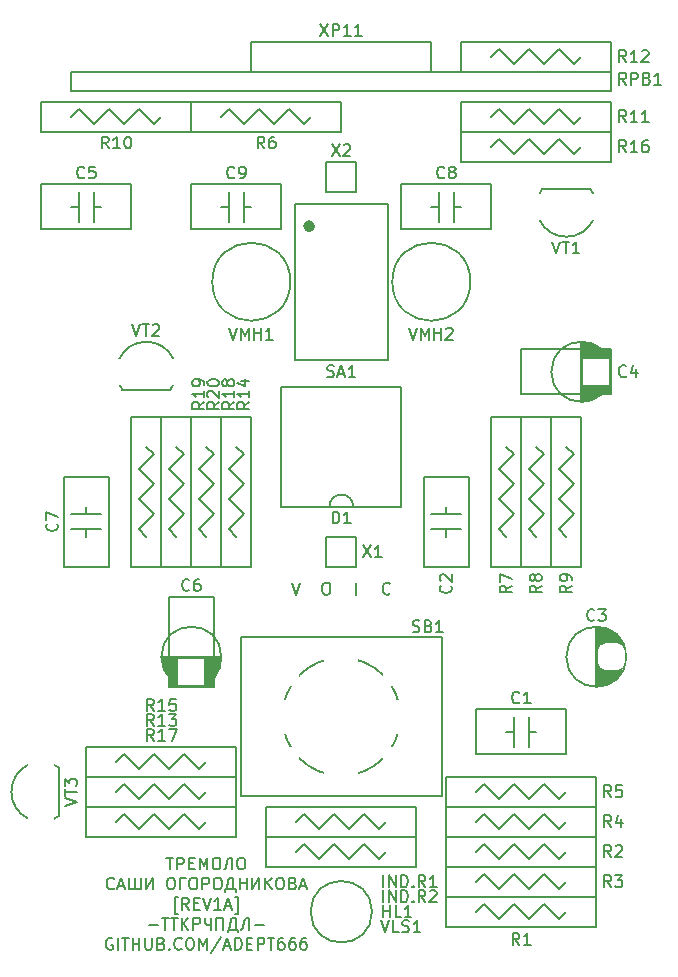
<source format=gbr>
G04 #@! TF.GenerationSoftware,KiCad,Pcbnew,5.1.6-c6e7f7d~87~ubuntu19.10.1*
G04 #@! TF.CreationDate,2022-01-09T05:59:06+06:00*
G04 #@! TF.ProjectId,__________________________r1a,4240353c-3e3b-43e5-9f41-3048385f3e33,1A*
G04 #@! TF.SameCoordinates,Original*
G04 #@! TF.FileFunction,Legend,Top*
G04 #@! TF.FilePolarity,Positive*
%FSLAX46Y46*%
G04 Gerber Fmt 4.6, Leading zero omitted, Abs format (unit mm)*
G04 Created by KiCad (PCBNEW 5.1.6-c6e7f7d~87~ubuntu19.10.1) date 2022-01-09 05:59:06*
%MOMM*%
%LPD*%
G01*
G04 APERTURE LIST*
%ADD10C,0.200000*%
%ADD11C,0.100000*%
%ADD12C,0.500000*%
%ADD13R,2.900000X2.900000*%
%ADD14C,6.400000*%
%ADD15R,2.300000X2.300000*%
%ADD16C,2.300000*%
%ADD17R,3.400000X3.400000*%
G04 APERTURE END LIST*
D10*
X109529523Y-173712142D02*
X109481904Y-173759761D01*
X109339047Y-173807380D01*
X109243809Y-173807380D01*
X109100952Y-173759761D01*
X109005714Y-173664523D01*
X108958095Y-173569285D01*
X108910476Y-173378809D01*
X108910476Y-173235952D01*
X108958095Y-173045476D01*
X109005714Y-172950238D01*
X109100952Y-172855000D01*
X109243809Y-172807380D01*
X109339047Y-172807380D01*
X109481904Y-172855000D01*
X109529523Y-172902619D01*
X106680000Y-173807380D02*
X106680000Y-172807380D01*
X104044761Y-172807380D02*
X104235238Y-172807380D01*
X104330476Y-172855000D01*
X104425714Y-172950238D01*
X104473333Y-173140714D01*
X104473333Y-173474047D01*
X104425714Y-173664523D01*
X104330476Y-173759761D01*
X104235238Y-173807380D01*
X104044761Y-173807380D01*
X103949523Y-173759761D01*
X103854285Y-173664523D01*
X103806666Y-173474047D01*
X103806666Y-173140714D01*
X103854285Y-172950238D01*
X103949523Y-172855000D01*
X104044761Y-172807380D01*
X101266666Y-172807380D02*
X101600000Y-173807380D01*
X101933333Y-172807380D01*
X90599047Y-196077380D02*
X91170476Y-196077380D01*
X90884761Y-197077380D02*
X90884761Y-196077380D01*
X91503809Y-197077380D02*
X91503809Y-196077380D01*
X91884761Y-196077380D01*
X91980000Y-196125000D01*
X92027619Y-196172619D01*
X92075238Y-196267857D01*
X92075238Y-196410714D01*
X92027619Y-196505952D01*
X91980000Y-196553571D01*
X91884761Y-196601190D01*
X91503809Y-196601190D01*
X92503809Y-196553571D02*
X92837142Y-196553571D01*
X92980000Y-197077380D02*
X92503809Y-197077380D01*
X92503809Y-196077380D01*
X92980000Y-196077380D01*
X93408571Y-197077380D02*
X93408571Y-196077380D01*
X93741904Y-196791666D01*
X94075238Y-196077380D01*
X94075238Y-197077380D01*
X94741904Y-196077380D02*
X94932380Y-196077380D01*
X95027619Y-196125000D01*
X95122857Y-196220238D01*
X95170476Y-196410714D01*
X95170476Y-196744047D01*
X95122857Y-196934523D01*
X95027619Y-197029761D01*
X94932380Y-197077380D01*
X94741904Y-197077380D01*
X94646666Y-197029761D01*
X94551428Y-196934523D01*
X94503809Y-196744047D01*
X94503809Y-196410714D01*
X94551428Y-196220238D01*
X94646666Y-196125000D01*
X94741904Y-196077380D01*
X96170476Y-197077380D02*
X96170476Y-196077380D01*
X96027619Y-196077380D01*
X95884761Y-196125000D01*
X95789523Y-196220238D01*
X95741904Y-196363095D01*
X95646666Y-196934523D01*
X95599047Y-197029761D01*
X95503809Y-197077380D01*
X95456190Y-197077380D01*
X96837142Y-196077380D02*
X97027619Y-196077380D01*
X97122857Y-196125000D01*
X97218095Y-196220238D01*
X97265714Y-196410714D01*
X97265714Y-196744047D01*
X97218095Y-196934523D01*
X97122857Y-197029761D01*
X97027619Y-197077380D01*
X96837142Y-197077380D01*
X96741904Y-197029761D01*
X96646666Y-196934523D01*
X96599047Y-196744047D01*
X96599047Y-196410714D01*
X96646666Y-196220238D01*
X96741904Y-196125000D01*
X96837142Y-196077380D01*
X86170476Y-198682142D02*
X86122857Y-198729761D01*
X85980000Y-198777380D01*
X85884761Y-198777380D01*
X85741904Y-198729761D01*
X85646666Y-198634523D01*
X85599047Y-198539285D01*
X85551428Y-198348809D01*
X85551428Y-198205952D01*
X85599047Y-198015476D01*
X85646666Y-197920238D01*
X85741904Y-197825000D01*
X85884761Y-197777380D01*
X85980000Y-197777380D01*
X86122857Y-197825000D01*
X86170476Y-197872619D01*
X86551428Y-198491666D02*
X87027619Y-198491666D01*
X86456190Y-198777380D02*
X86789523Y-197777380D01*
X87122857Y-198777380D01*
X87932380Y-197777380D02*
X87932380Y-198777380D01*
X87456190Y-197777380D02*
X87456190Y-198777380D01*
X88408571Y-198777380D01*
X88408571Y-197777380D01*
X88884761Y-197777380D02*
X88884761Y-198777380D01*
X89456190Y-197777380D01*
X89456190Y-198777380D01*
X90884761Y-197777380D02*
X91075238Y-197777380D01*
X91170476Y-197825000D01*
X91265714Y-197920238D01*
X91313333Y-198110714D01*
X91313333Y-198444047D01*
X91265714Y-198634523D01*
X91170476Y-198729761D01*
X91075238Y-198777380D01*
X90884761Y-198777380D01*
X90789523Y-198729761D01*
X90694285Y-198634523D01*
X90646666Y-198444047D01*
X90646666Y-198110714D01*
X90694285Y-197920238D01*
X90789523Y-197825000D01*
X90884761Y-197777380D01*
X91741904Y-198777380D02*
X91741904Y-197777380D01*
X92265714Y-197777380D01*
X92789523Y-197777380D02*
X92980000Y-197777380D01*
X93075238Y-197825000D01*
X93170476Y-197920238D01*
X93218095Y-198110714D01*
X93218095Y-198444047D01*
X93170476Y-198634523D01*
X93075238Y-198729761D01*
X92980000Y-198777380D01*
X92789523Y-198777380D01*
X92694285Y-198729761D01*
X92599047Y-198634523D01*
X92551428Y-198444047D01*
X92551428Y-198110714D01*
X92599047Y-197920238D01*
X92694285Y-197825000D01*
X92789523Y-197777380D01*
X93646666Y-198777380D02*
X93646666Y-197777380D01*
X94027619Y-197777380D01*
X94122857Y-197825000D01*
X94170476Y-197872619D01*
X94218095Y-197967857D01*
X94218095Y-198110714D01*
X94170476Y-198205952D01*
X94122857Y-198253571D01*
X94027619Y-198301190D01*
X93646666Y-198301190D01*
X94837142Y-197777380D02*
X95027619Y-197777380D01*
X95122857Y-197825000D01*
X95218095Y-197920238D01*
X95265714Y-198110714D01*
X95265714Y-198444047D01*
X95218095Y-198634523D01*
X95122857Y-198729761D01*
X95027619Y-198777380D01*
X94837142Y-198777380D01*
X94741904Y-198729761D01*
X94646666Y-198634523D01*
X94599047Y-198444047D01*
X94599047Y-198110714D01*
X94646666Y-197920238D01*
X94741904Y-197825000D01*
X94837142Y-197777380D01*
X96456190Y-199015476D02*
X96456190Y-198777380D01*
X95599047Y-198777380D01*
X95599047Y-199015476D01*
X96265714Y-198777380D02*
X96265714Y-197777380D01*
X96027619Y-197777380D01*
X95932380Y-197825000D01*
X95884761Y-197872619D01*
X95837142Y-197967857D01*
X95741904Y-198777380D01*
X96837142Y-198777380D02*
X96837142Y-197777380D01*
X96837142Y-198253571D02*
X97408571Y-198253571D01*
X97408571Y-198777380D02*
X97408571Y-197777380D01*
X97884761Y-197777380D02*
X97884761Y-198777380D01*
X98456190Y-197777380D01*
X98456190Y-198777380D01*
X98932380Y-198777380D02*
X98932380Y-197777380D01*
X99503809Y-198777380D02*
X99075238Y-198205952D01*
X99503809Y-197777380D02*
X98932380Y-198348809D01*
X100122857Y-197777380D02*
X100313333Y-197777380D01*
X100408571Y-197825000D01*
X100503809Y-197920238D01*
X100551428Y-198110714D01*
X100551428Y-198444047D01*
X100503809Y-198634523D01*
X100408571Y-198729761D01*
X100313333Y-198777380D01*
X100122857Y-198777380D01*
X100027619Y-198729761D01*
X99932380Y-198634523D01*
X99884761Y-198444047D01*
X99884761Y-198110714D01*
X99932380Y-197920238D01*
X100027619Y-197825000D01*
X100122857Y-197777380D01*
X101313333Y-198253571D02*
X101456190Y-198301190D01*
X101503809Y-198348809D01*
X101551428Y-198444047D01*
X101551428Y-198586904D01*
X101503809Y-198682142D01*
X101456190Y-198729761D01*
X101360952Y-198777380D01*
X100980000Y-198777380D01*
X100980000Y-197777380D01*
X101313333Y-197777380D01*
X101408571Y-197825000D01*
X101456190Y-197872619D01*
X101503809Y-197967857D01*
X101503809Y-198063095D01*
X101456190Y-198158333D01*
X101408571Y-198205952D01*
X101313333Y-198253571D01*
X100980000Y-198253571D01*
X101932380Y-198491666D02*
X102408571Y-198491666D01*
X101837142Y-198777380D02*
X102170476Y-197777380D01*
X102503809Y-198777380D01*
X91551428Y-200810714D02*
X91313333Y-200810714D01*
X91313333Y-199382142D01*
X91551428Y-199382142D01*
X92503809Y-200477380D02*
X92170476Y-200001190D01*
X91932380Y-200477380D02*
X91932380Y-199477380D01*
X92313333Y-199477380D01*
X92408571Y-199525000D01*
X92456190Y-199572619D01*
X92503809Y-199667857D01*
X92503809Y-199810714D01*
X92456190Y-199905952D01*
X92408571Y-199953571D01*
X92313333Y-200001190D01*
X91932380Y-200001190D01*
X92932380Y-199953571D02*
X93265714Y-199953571D01*
X93408571Y-200477380D02*
X92932380Y-200477380D01*
X92932380Y-199477380D01*
X93408571Y-199477380D01*
X93694285Y-199477380D02*
X94027619Y-200477380D01*
X94360952Y-199477380D01*
X95218095Y-200477380D02*
X94646666Y-200477380D01*
X94932380Y-200477380D02*
X94932380Y-199477380D01*
X94837142Y-199620238D01*
X94741904Y-199715476D01*
X94646666Y-199763095D01*
X95599047Y-200191666D02*
X96075238Y-200191666D01*
X95503809Y-200477380D02*
X95837142Y-199477380D01*
X96170476Y-200477380D01*
X96408571Y-200810714D02*
X96646666Y-200810714D01*
X96646666Y-199382142D01*
X96408571Y-199382142D01*
X89122857Y-201796428D02*
X89884761Y-201796428D01*
X90218095Y-201177380D02*
X90789523Y-201177380D01*
X90503809Y-202177380D02*
X90503809Y-201177380D01*
X90980000Y-201177380D02*
X91551428Y-201177380D01*
X91265714Y-202177380D02*
X91265714Y-201177380D01*
X91884761Y-202177380D02*
X91884761Y-201177380D01*
X92456190Y-202177380D02*
X92027619Y-201605952D01*
X92456190Y-201177380D02*
X91884761Y-201748809D01*
X92884761Y-202177380D02*
X92884761Y-201177380D01*
X93265714Y-201177380D01*
X93360952Y-201225000D01*
X93408571Y-201272619D01*
X93456190Y-201367857D01*
X93456190Y-201510714D01*
X93408571Y-201605952D01*
X93360952Y-201653571D01*
X93265714Y-201701190D01*
X92884761Y-201701190D01*
X94360952Y-201177380D02*
X94360952Y-202177380D01*
X93837142Y-201177380D02*
X93837142Y-201558333D01*
X93884761Y-201653571D01*
X93932380Y-201701190D01*
X94027619Y-201748809D01*
X94360952Y-201748809D01*
X94837142Y-202177380D02*
X94837142Y-201177380D01*
X95408571Y-201177380D01*
X95408571Y-202177380D01*
X96646666Y-202415476D02*
X96646666Y-202177380D01*
X95789523Y-202177380D01*
X95789523Y-202415476D01*
X96456190Y-202177380D02*
X96456190Y-201177380D01*
X96218095Y-201177380D01*
X96122857Y-201225000D01*
X96075238Y-201272619D01*
X96027619Y-201367857D01*
X95932380Y-202177380D01*
X97599047Y-202177380D02*
X97599047Y-201177380D01*
X97456190Y-201177380D01*
X97313333Y-201225000D01*
X97218095Y-201320238D01*
X97170476Y-201463095D01*
X97075238Y-202034523D01*
X97027619Y-202129761D01*
X96932380Y-202177380D01*
X96884761Y-202177380D01*
X98075238Y-201796428D02*
X98837142Y-201796428D01*
X86027619Y-202925000D02*
X85932380Y-202877380D01*
X85789523Y-202877380D01*
X85646666Y-202925000D01*
X85551428Y-203020238D01*
X85503809Y-203115476D01*
X85456190Y-203305952D01*
X85456190Y-203448809D01*
X85503809Y-203639285D01*
X85551428Y-203734523D01*
X85646666Y-203829761D01*
X85789523Y-203877380D01*
X85884761Y-203877380D01*
X86027619Y-203829761D01*
X86075238Y-203782142D01*
X86075238Y-203448809D01*
X85884761Y-203448809D01*
X86503809Y-203877380D02*
X86503809Y-202877380D01*
X86837142Y-202877380D02*
X87408571Y-202877380D01*
X87122857Y-203877380D02*
X87122857Y-202877380D01*
X87741904Y-203877380D02*
X87741904Y-202877380D01*
X87741904Y-203353571D02*
X88313333Y-203353571D01*
X88313333Y-203877380D02*
X88313333Y-202877380D01*
X88789523Y-202877380D02*
X88789523Y-203686904D01*
X88837142Y-203782142D01*
X88884761Y-203829761D01*
X88980000Y-203877380D01*
X89170476Y-203877380D01*
X89265714Y-203829761D01*
X89313333Y-203782142D01*
X89360952Y-203686904D01*
X89360952Y-202877380D01*
X90170476Y-203353571D02*
X90313333Y-203401190D01*
X90360952Y-203448809D01*
X90408571Y-203544047D01*
X90408571Y-203686904D01*
X90360952Y-203782142D01*
X90313333Y-203829761D01*
X90218095Y-203877380D01*
X89837142Y-203877380D01*
X89837142Y-202877380D01*
X90170476Y-202877380D01*
X90265714Y-202925000D01*
X90313333Y-202972619D01*
X90360952Y-203067857D01*
X90360952Y-203163095D01*
X90313333Y-203258333D01*
X90265714Y-203305952D01*
X90170476Y-203353571D01*
X89837142Y-203353571D01*
X90837142Y-203782142D02*
X90884761Y-203829761D01*
X90837142Y-203877380D01*
X90789523Y-203829761D01*
X90837142Y-203782142D01*
X90837142Y-203877380D01*
X91884761Y-203782142D02*
X91837142Y-203829761D01*
X91694285Y-203877380D01*
X91599047Y-203877380D01*
X91456190Y-203829761D01*
X91360952Y-203734523D01*
X91313333Y-203639285D01*
X91265714Y-203448809D01*
X91265714Y-203305952D01*
X91313333Y-203115476D01*
X91360952Y-203020238D01*
X91456190Y-202925000D01*
X91599047Y-202877380D01*
X91694285Y-202877380D01*
X91837142Y-202925000D01*
X91884761Y-202972619D01*
X92503809Y-202877380D02*
X92694285Y-202877380D01*
X92789523Y-202925000D01*
X92884761Y-203020238D01*
X92932380Y-203210714D01*
X92932380Y-203544047D01*
X92884761Y-203734523D01*
X92789523Y-203829761D01*
X92694285Y-203877380D01*
X92503809Y-203877380D01*
X92408571Y-203829761D01*
X92313333Y-203734523D01*
X92265714Y-203544047D01*
X92265714Y-203210714D01*
X92313333Y-203020238D01*
X92408571Y-202925000D01*
X92503809Y-202877380D01*
X93360952Y-203877380D02*
X93360952Y-202877380D01*
X93694285Y-203591666D01*
X94027619Y-202877380D01*
X94027619Y-203877380D01*
X95218095Y-202829761D02*
X94360952Y-204115476D01*
X95503809Y-203591666D02*
X95980000Y-203591666D01*
X95408571Y-203877380D02*
X95741904Y-202877380D01*
X96075238Y-203877380D01*
X96408571Y-203877380D02*
X96408571Y-202877380D01*
X96646666Y-202877380D01*
X96789523Y-202925000D01*
X96884761Y-203020238D01*
X96932380Y-203115476D01*
X96980000Y-203305952D01*
X96980000Y-203448809D01*
X96932380Y-203639285D01*
X96884761Y-203734523D01*
X96789523Y-203829761D01*
X96646666Y-203877380D01*
X96408571Y-203877380D01*
X97408571Y-203353571D02*
X97741904Y-203353571D01*
X97884761Y-203877380D02*
X97408571Y-203877380D01*
X97408571Y-202877380D01*
X97884761Y-202877380D01*
X98313333Y-203877380D02*
X98313333Y-202877380D01*
X98694285Y-202877380D01*
X98789523Y-202925000D01*
X98837142Y-202972619D01*
X98884761Y-203067857D01*
X98884761Y-203210714D01*
X98837142Y-203305952D01*
X98789523Y-203353571D01*
X98694285Y-203401190D01*
X98313333Y-203401190D01*
X99170476Y-202877380D02*
X99741904Y-202877380D01*
X99456190Y-203877380D02*
X99456190Y-202877380D01*
X100503809Y-202877380D02*
X100313333Y-202877380D01*
X100218095Y-202925000D01*
X100170476Y-202972619D01*
X100075238Y-203115476D01*
X100027619Y-203305952D01*
X100027619Y-203686904D01*
X100075238Y-203782142D01*
X100122857Y-203829761D01*
X100218095Y-203877380D01*
X100408571Y-203877380D01*
X100503809Y-203829761D01*
X100551428Y-203782142D01*
X100599047Y-203686904D01*
X100599047Y-203448809D01*
X100551428Y-203353571D01*
X100503809Y-203305952D01*
X100408571Y-203258333D01*
X100218095Y-203258333D01*
X100122857Y-203305952D01*
X100075238Y-203353571D01*
X100027619Y-203448809D01*
X101456190Y-202877380D02*
X101265714Y-202877380D01*
X101170476Y-202925000D01*
X101122857Y-202972619D01*
X101027619Y-203115476D01*
X100980000Y-203305952D01*
X100980000Y-203686904D01*
X101027619Y-203782142D01*
X101075238Y-203829761D01*
X101170476Y-203877380D01*
X101360952Y-203877380D01*
X101456190Y-203829761D01*
X101503809Y-203782142D01*
X101551428Y-203686904D01*
X101551428Y-203448809D01*
X101503809Y-203353571D01*
X101456190Y-203305952D01*
X101360952Y-203258333D01*
X101170476Y-203258333D01*
X101075238Y-203305952D01*
X101027619Y-203353571D01*
X100980000Y-203448809D01*
X102408571Y-202877380D02*
X102218095Y-202877380D01*
X102122857Y-202925000D01*
X102075238Y-202972619D01*
X101980000Y-203115476D01*
X101932380Y-203305952D01*
X101932380Y-203686904D01*
X101980000Y-203782142D01*
X102027619Y-203829761D01*
X102122857Y-203877380D01*
X102313333Y-203877380D01*
X102408571Y-203829761D01*
X102456190Y-203782142D01*
X102503809Y-203686904D01*
X102503809Y-203448809D01*
X102456190Y-203353571D01*
X102408571Y-203305952D01*
X102313333Y-203258333D01*
X102122857Y-203258333D01*
X102027619Y-203305952D01*
X101980000Y-203353571D01*
X101932380Y-203448809D01*
X113910000Y-177400000D02*
X113910000Y-190900000D01*
X96910000Y-177400000D02*
X96910000Y-190900000D01*
X96910000Y-190900000D02*
X113910000Y-190900000D01*
X96910000Y-177400000D02*
X113910000Y-177400000D01*
X110410000Y-184150000D02*
G75*
G03*
X110410000Y-184150000I-5000000J0D01*
G01*
X101092000Y-147320000D02*
G75*
G03*
X101092000Y-147320000I-3302000J0D01*
G01*
X116332000Y-147320000D02*
G75*
G03*
X116332000Y-147320000I-3302000J0D01*
G01*
X125095000Y-133985000D02*
X125730000Y-133350000D01*
X123825000Y-132715000D02*
X125095000Y-133985000D01*
X122555000Y-133985000D02*
X123825000Y-132715000D01*
X121285000Y-132715000D02*
X122555000Y-133985000D01*
X120015000Y-133985000D02*
X121285000Y-132715000D01*
X118745000Y-132715000D02*
X120015000Y-133985000D01*
X118110000Y-133350000D02*
X118745000Y-132715000D01*
X128270000Y-132080000D02*
X128270000Y-134620000D01*
X115570000Y-132080000D02*
X115570000Y-134620000D01*
X115570000Y-134620000D02*
X128270000Y-134620000D01*
X115570000Y-132080000D02*
X128270000Y-132080000D01*
X125730000Y-152400000D02*
X125730000Y-157480000D01*
D11*
G36*
X128270000Y-156845000D02*
G01*
X127508000Y-156845000D01*
X126619000Y-157353000D01*
X125730000Y-157480000D01*
X125730000Y-152400000D01*
X126619000Y-152527000D01*
X127508000Y-153035000D01*
X128270000Y-153035000D01*
X128270000Y-156845000D01*
G37*
X128270000Y-156845000D02*
X127508000Y-156845000D01*
X126619000Y-157353000D01*
X125730000Y-157480000D01*
X125730000Y-152400000D01*
X126619000Y-152527000D01*
X127508000Y-153035000D01*
X128270000Y-153035000D01*
X128270000Y-156845000D01*
D10*
X128270000Y-154940000D02*
G75*
G03*
X128270000Y-154940000I-2540000J0D01*
G01*
X128270000Y-153035000D02*
X128270000Y-156845000D01*
X120650000Y-153035000D02*
X120650000Y-156845000D01*
X120650000Y-153035000D02*
X128270000Y-153035000D01*
X120650000Y-156845000D02*
X128270000Y-156845000D01*
X127000000Y-201930000D02*
X114300000Y-201930000D01*
X127000000Y-199390000D02*
X114300000Y-199390000D01*
X127000000Y-201930000D02*
X127000000Y-199390000D01*
X114300000Y-201930000D02*
X114300000Y-199390000D01*
X124460000Y-200660000D02*
X123825000Y-201295000D01*
X123825000Y-201295000D02*
X122555000Y-200025000D01*
X122555000Y-200025000D02*
X121285000Y-201295000D01*
X121285000Y-201295000D02*
X120015000Y-200025000D01*
X120015000Y-200025000D02*
X118745000Y-201295000D01*
X118745000Y-201295000D02*
X117475000Y-200025000D01*
X117475000Y-200025000D02*
X116840000Y-200660000D01*
X95250000Y-179070000D02*
X90170000Y-179070000D01*
D11*
G36*
X90805000Y-181610000D02*
G01*
X90805000Y-180848000D01*
X90297000Y-179959000D01*
X90170000Y-179070000D01*
X95250000Y-179070000D01*
X95123000Y-179959000D01*
X94615000Y-180848000D01*
X94615000Y-181610000D01*
X90805000Y-181610000D01*
G37*
X90805000Y-181610000D02*
X90805000Y-180848000D01*
X90297000Y-179959000D01*
X90170000Y-179070000D01*
X95250000Y-179070000D01*
X95123000Y-179959000D01*
X94615000Y-180848000D01*
X94615000Y-181610000D01*
X90805000Y-181610000D01*
D10*
X95250000Y-179070000D02*
G75*
G03*
X95250000Y-179070000I-2540000J0D01*
G01*
X94615000Y-181610000D02*
X90805000Y-181610000D01*
X94615000Y-173990000D02*
X90805000Y-173990000D01*
X94615000Y-173990000D02*
X94615000Y-181610000D01*
X90805000Y-173990000D02*
X90805000Y-181610000D01*
X82550000Y-129540000D02*
X82550000Y-131140000D01*
X128270000Y-129540000D02*
X128270000Y-131140000D01*
X97790000Y-127000000D02*
X97790000Y-129540000D01*
X97790000Y-127000000D02*
X113030000Y-127000000D01*
X82550000Y-129540000D02*
X128270000Y-129540000D01*
X82550000Y-131140000D02*
X128270000Y-131140000D01*
X113030000Y-127000000D02*
X113030000Y-129540000D01*
X81535000Y-192531250D02*
X81535000Y-188468750D01*
X81535000Y-192531250D02*
G75*
G02*
X81535000Y-188468750I-1525000J2031250D01*
G01*
X86868750Y-156465000D02*
X90931250Y-156465000D01*
X86868750Y-156465000D02*
G75*
G02*
X90931250Y-156465000I2031250J1525000D01*
G01*
X126491250Y-139445000D02*
X122428750Y-139445000D01*
X126491250Y-139445000D02*
G75*
G02*
X122428750Y-139445000I-2031250J-1525000D01*
G01*
X106680000Y-137160000D02*
X106680000Y-139700000D01*
X104140000Y-137160000D02*
X104140000Y-139700000D01*
X104140000Y-139700000D02*
X106680000Y-139700000D01*
X104140000Y-137160000D02*
X106680000Y-137160000D01*
X101460000Y-140720000D02*
X109360000Y-140720000D01*
X101460000Y-153920000D02*
X109360000Y-153920000D01*
X101460000Y-140720000D02*
X101460000Y-153920000D01*
X109360000Y-140720000D02*
X109360000Y-153920000D01*
D12*
X102935000Y-142620000D02*
G75*
G03*
X102935000Y-142620000I-250000J0D01*
G01*
D10*
X118110000Y-171450000D02*
X118110000Y-158750000D01*
X120650000Y-171450000D02*
X120650000Y-158750000D01*
X118110000Y-171450000D02*
X120650000Y-171450000D01*
X118110000Y-158750000D02*
X120650000Y-158750000D01*
X119380000Y-168910000D02*
X118745000Y-168275000D01*
X118745000Y-168275000D02*
X120015000Y-167005000D01*
X120015000Y-167005000D02*
X118745000Y-165735000D01*
X118745000Y-165735000D02*
X120015000Y-164465000D01*
X120015000Y-164465000D02*
X118745000Y-163195000D01*
X118745000Y-163195000D02*
X120015000Y-161925000D01*
X120015000Y-161925000D02*
X119380000Y-161290000D01*
X93345000Y-193675000D02*
X93980000Y-193040000D01*
X92075000Y-192405000D02*
X93345000Y-193675000D01*
X90805000Y-193675000D02*
X92075000Y-192405000D01*
X89535000Y-192405000D02*
X90805000Y-193675000D01*
X88265000Y-193675000D02*
X89535000Y-192405000D01*
X86995000Y-192405000D02*
X88265000Y-193675000D01*
X86360000Y-193040000D02*
X86995000Y-192405000D01*
X96520000Y-191770000D02*
X96520000Y-194310000D01*
X83820000Y-191770000D02*
X83820000Y-194310000D01*
X83820000Y-194310000D02*
X96520000Y-194310000D01*
X83820000Y-191770000D02*
X96520000Y-191770000D01*
X123825000Y-191135000D02*
X124460000Y-190500000D01*
X122555000Y-189865000D02*
X123825000Y-191135000D01*
X121285000Y-191135000D02*
X122555000Y-189865000D01*
X120015000Y-189865000D02*
X121285000Y-191135000D01*
X118745000Y-191135000D02*
X120015000Y-189865000D01*
X117475000Y-189865000D02*
X118745000Y-191135000D01*
X116840000Y-190500000D02*
X117475000Y-189865000D01*
X127000000Y-189230000D02*
X127000000Y-191770000D01*
X114300000Y-189230000D02*
X114300000Y-191770000D01*
X114300000Y-191770000D02*
X127000000Y-191770000D01*
X114300000Y-189230000D02*
X127000000Y-189230000D01*
X117475000Y-192405000D02*
X116840000Y-193040000D01*
X118745000Y-193675000D02*
X117475000Y-192405000D01*
X120015000Y-192405000D02*
X118745000Y-193675000D01*
X121285000Y-193675000D02*
X120015000Y-192405000D01*
X122555000Y-192405000D02*
X121285000Y-193675000D01*
X123825000Y-193675000D02*
X122555000Y-192405000D01*
X124460000Y-193040000D02*
X123825000Y-193675000D01*
X114300000Y-194310000D02*
X114300000Y-191770000D01*
X127000000Y-194310000D02*
X127000000Y-191770000D01*
X127000000Y-191770000D02*
X114300000Y-191770000D01*
X127000000Y-194310000D02*
X114300000Y-194310000D01*
X125095000Y-161925000D02*
X124460000Y-161290000D01*
X123825000Y-163195000D02*
X125095000Y-161925000D01*
X125095000Y-164465000D02*
X123825000Y-163195000D01*
X123825000Y-165735000D02*
X125095000Y-164465000D01*
X125095000Y-167005000D02*
X123825000Y-165735000D01*
X123825000Y-168275000D02*
X125095000Y-167005000D01*
X124460000Y-168910000D02*
X123825000Y-168275000D01*
X123190000Y-158750000D02*
X125730000Y-158750000D01*
X123190000Y-171450000D02*
X125730000Y-171450000D01*
X125730000Y-171450000D02*
X125730000Y-158750000D01*
X123190000Y-171450000D02*
X123190000Y-158750000D01*
X120650000Y-171450000D02*
X120650000Y-158750000D01*
X123190000Y-171450000D02*
X123190000Y-158750000D01*
X120650000Y-171450000D02*
X123190000Y-171450000D01*
X120650000Y-158750000D02*
X123190000Y-158750000D01*
X121920000Y-168910000D02*
X121285000Y-168275000D01*
X121285000Y-168275000D02*
X122555000Y-167005000D01*
X122555000Y-167005000D02*
X121285000Y-165735000D01*
X121285000Y-165735000D02*
X122555000Y-164465000D01*
X122555000Y-164465000D02*
X121285000Y-163195000D01*
X121285000Y-163195000D02*
X122555000Y-161925000D01*
X122555000Y-161925000D02*
X121920000Y-161290000D01*
G36*
X127000000Y-176530000D02*
G01*
X127762000Y-176657000D01*
X128905000Y-177419000D01*
X129540000Y-179070000D01*
X128905000Y-180721000D01*
X127762000Y-181483000D01*
X127000000Y-181610000D01*
X127000000Y-176530000D01*
G37*
X127000000Y-176530000D02*
X127762000Y-176657000D01*
X128905000Y-177419000D01*
X129540000Y-179070000D01*
X128905000Y-180721000D01*
X127762000Y-181483000D01*
X127000000Y-181610000D01*
X127000000Y-176530000D01*
X129540000Y-179070000D02*
G75*
G03*
X129540000Y-179070000I-2540000J0D01*
G01*
X108010000Y-200660000D02*
G75*
G03*
X108010000Y-200660000I-2600000J0D01*
G01*
X95885000Y-132715000D02*
X95250000Y-133350000D01*
X97155000Y-133985000D02*
X95885000Y-132715000D01*
X98425000Y-132715000D02*
X97155000Y-133985000D01*
X99695000Y-133985000D02*
X98425000Y-132715000D01*
X100965000Y-132715000D02*
X99695000Y-133985000D01*
X102235000Y-133985000D02*
X100965000Y-132715000D01*
X102870000Y-133350000D02*
X102235000Y-133985000D01*
X92710000Y-134620000D02*
X92710000Y-132080000D01*
X105410000Y-134620000D02*
X105410000Y-132080000D01*
X105410000Y-132080000D02*
X92710000Y-132080000D01*
X105410000Y-134620000D02*
X92710000Y-134620000D01*
X89535000Y-133985000D02*
X90170000Y-133350000D01*
X88265000Y-132715000D02*
X89535000Y-133985000D01*
X86995000Y-133985000D02*
X88265000Y-132715000D01*
X85725000Y-132715000D02*
X86995000Y-133985000D01*
X84455000Y-133985000D02*
X85725000Y-132715000D01*
X83185000Y-132715000D02*
X84455000Y-133985000D01*
X82550000Y-133350000D02*
X83185000Y-132715000D01*
X92710000Y-132080000D02*
X92710000Y-134620000D01*
X80010000Y-132080000D02*
X80010000Y-134620000D01*
X80010000Y-134620000D02*
X92710000Y-134620000D01*
X80010000Y-132080000D02*
X92710000Y-132080000D01*
X118745000Y-127635000D02*
X118110000Y-128270000D01*
X120015000Y-128905000D02*
X118745000Y-127635000D01*
X121285000Y-127635000D02*
X120015000Y-128905000D01*
X122555000Y-128905000D02*
X121285000Y-127635000D01*
X123825000Y-127635000D02*
X122555000Y-128905000D01*
X125095000Y-128905000D02*
X123825000Y-127635000D01*
X125730000Y-128270000D02*
X125095000Y-128905000D01*
X115570000Y-129540000D02*
X115570000Y-127000000D01*
X128270000Y-129540000D02*
X128270000Y-127000000D01*
X128270000Y-127000000D02*
X115570000Y-127000000D01*
X128270000Y-129540000D02*
X115570000Y-129540000D01*
X117475000Y-194945000D02*
X116840000Y-195580000D01*
X118745000Y-196215000D02*
X117475000Y-194945000D01*
X120015000Y-194945000D02*
X118745000Y-196215000D01*
X121285000Y-196215000D02*
X120015000Y-194945000D01*
X122555000Y-194945000D02*
X121285000Y-196215000D01*
X123825000Y-196215000D02*
X122555000Y-194945000D01*
X124460000Y-195580000D02*
X123825000Y-196215000D01*
X114300000Y-196850000D02*
X114300000Y-194310000D01*
X127000000Y-196850000D02*
X127000000Y-194310000D01*
X127000000Y-194310000D02*
X114300000Y-194310000D01*
X127000000Y-196850000D02*
X114300000Y-196850000D01*
X123825000Y-198755000D02*
X124460000Y-198120000D01*
X122555000Y-197485000D02*
X123825000Y-198755000D01*
X121285000Y-198755000D02*
X122555000Y-197485000D01*
X120015000Y-197485000D02*
X121285000Y-198755000D01*
X118745000Y-198755000D02*
X120015000Y-197485000D01*
X117475000Y-197485000D02*
X118745000Y-198755000D01*
X116840000Y-198120000D02*
X117475000Y-197485000D01*
X127000000Y-196850000D02*
X127000000Y-199390000D01*
X114300000Y-196850000D02*
X114300000Y-199390000D01*
X114300000Y-199390000D02*
X127000000Y-199390000D01*
X114300000Y-196850000D02*
X127000000Y-196850000D01*
X110490000Y-166370000D02*
X110490000Y-156210000D01*
X110490000Y-156210000D02*
X100330000Y-156210000D01*
X110490000Y-166370000D02*
X100330000Y-166370000D01*
X100330000Y-166370000D02*
X100330000Y-156210000D01*
X106426000Y-166370000D02*
G75*
G03*
X104394000Y-166370000I-1016000J0D01*
G01*
X116205000Y-163830000D02*
X116205000Y-171450000D01*
X112395000Y-163830000D02*
X112395000Y-171450000D01*
X116205000Y-163830000D02*
X112395000Y-163830000D01*
X116205000Y-171450000D02*
X112395000Y-171450000D01*
X114300000Y-166370000D02*
X114300000Y-167005000D01*
X114300000Y-168275000D02*
X114300000Y-168910000D01*
X115570000Y-167005000D02*
X113030000Y-167005000D01*
X115570000Y-168275000D02*
X113030000Y-168275000D01*
X121285000Y-184150000D02*
X121285000Y-186690000D01*
X120015000Y-184150000D02*
X120015000Y-186690000D01*
X121285000Y-185420000D02*
X121920000Y-185420000D01*
X119380000Y-185420000D02*
X120015000Y-185420000D01*
X124460000Y-183515000D02*
X124460000Y-187325000D01*
X116840000Y-183515000D02*
X116840000Y-187325000D01*
X116840000Y-187325000D02*
X124460000Y-187325000D01*
X116840000Y-183515000D02*
X124460000Y-183515000D01*
X118745000Y-135255000D02*
X118110000Y-135890000D01*
X120015000Y-136525000D02*
X118745000Y-135255000D01*
X121285000Y-135255000D02*
X120015000Y-136525000D01*
X122555000Y-136525000D02*
X121285000Y-135255000D01*
X123825000Y-135255000D02*
X122555000Y-136525000D01*
X125095000Y-136525000D02*
X123825000Y-135255000D01*
X125730000Y-135890000D02*
X125095000Y-136525000D01*
X115570000Y-137160000D02*
X115570000Y-134620000D01*
X128270000Y-137160000D02*
X128270000Y-134620000D01*
X128270000Y-134620000D02*
X115570000Y-134620000D01*
X128270000Y-137160000D02*
X115570000Y-137160000D01*
X110490000Y-139065000D02*
X118110000Y-139065000D01*
X110490000Y-142875000D02*
X118110000Y-142875000D01*
X110490000Y-139065000D02*
X110490000Y-142875000D01*
X118110000Y-139065000D02*
X118110000Y-142875000D01*
X113030000Y-140970000D02*
X113665000Y-140970000D01*
X114935000Y-140970000D02*
X115570000Y-140970000D01*
X113665000Y-139700000D02*
X113665000Y-142240000D01*
X114935000Y-139700000D02*
X114935000Y-142240000D01*
X100330000Y-142875000D02*
X92710000Y-142875000D01*
X100330000Y-139065000D02*
X92710000Y-139065000D01*
X100330000Y-142875000D02*
X100330000Y-139065000D01*
X92710000Y-142875000D02*
X92710000Y-139065000D01*
X97790000Y-140970000D02*
X97155000Y-140970000D01*
X95885000Y-140970000D02*
X95250000Y-140970000D01*
X97155000Y-142240000D02*
X97155000Y-139700000D01*
X95885000Y-142240000D02*
X95885000Y-139700000D01*
X83820000Y-189230000D02*
X96520000Y-189230000D01*
X83820000Y-191770000D02*
X96520000Y-191770000D01*
X83820000Y-189230000D02*
X83820000Y-191770000D01*
X96520000Y-189230000D02*
X96520000Y-191770000D01*
X86360000Y-190500000D02*
X86995000Y-189865000D01*
X86995000Y-189865000D02*
X88265000Y-191135000D01*
X88265000Y-191135000D02*
X89535000Y-189865000D01*
X89535000Y-189865000D02*
X90805000Y-191135000D01*
X90805000Y-191135000D02*
X92075000Y-189865000D01*
X92075000Y-189865000D02*
X93345000Y-191135000D01*
X93345000Y-191135000D02*
X93980000Y-190500000D01*
X83820000Y-186690000D02*
X96520000Y-186690000D01*
X83820000Y-189230000D02*
X96520000Y-189230000D01*
X83820000Y-186690000D02*
X83820000Y-189230000D01*
X96520000Y-186690000D02*
X96520000Y-189230000D01*
X86360000Y-187960000D02*
X86995000Y-187325000D01*
X86995000Y-187325000D02*
X88265000Y-188595000D01*
X88265000Y-188595000D02*
X89535000Y-187325000D01*
X89535000Y-187325000D02*
X90805000Y-188595000D01*
X90805000Y-188595000D02*
X92075000Y-187325000D01*
X92075000Y-187325000D02*
X93345000Y-188595000D01*
X93345000Y-188595000D02*
X93980000Y-187960000D01*
X90805000Y-168275000D02*
X91440000Y-168910000D01*
X92075000Y-167005000D02*
X90805000Y-168275000D01*
X90805000Y-165735000D02*
X92075000Y-167005000D01*
X92075000Y-164465000D02*
X90805000Y-165735000D01*
X90805000Y-163195000D02*
X92075000Y-164465000D01*
X92075000Y-161925000D02*
X90805000Y-163195000D01*
X91440000Y-161290000D02*
X92075000Y-161925000D01*
X92710000Y-171450000D02*
X90170000Y-171450000D01*
X92710000Y-158750000D02*
X90170000Y-158750000D01*
X90170000Y-158750000D02*
X90170000Y-171450000D01*
X92710000Y-158750000D02*
X92710000Y-171450000D01*
X88265000Y-168275000D02*
X88900000Y-168910000D01*
X89535000Y-167005000D02*
X88265000Y-168275000D01*
X88265000Y-165735000D02*
X89535000Y-167005000D01*
X89535000Y-164465000D02*
X88265000Y-165735000D01*
X88265000Y-163195000D02*
X89535000Y-164465000D01*
X89535000Y-161925000D02*
X88265000Y-163195000D01*
X88900000Y-161290000D02*
X89535000Y-161925000D01*
X90170000Y-171450000D02*
X87630000Y-171450000D01*
X90170000Y-158750000D02*
X87630000Y-158750000D01*
X87630000Y-158750000D02*
X87630000Y-171450000D01*
X90170000Y-158750000D02*
X90170000Y-171450000D01*
X92710000Y-171450000D02*
X92710000Y-158750000D01*
X95250000Y-171450000D02*
X95250000Y-158750000D01*
X92710000Y-171450000D02*
X95250000Y-171450000D01*
X92710000Y-158750000D02*
X95250000Y-158750000D01*
X93980000Y-168910000D02*
X93345000Y-168275000D01*
X93345000Y-168275000D02*
X94615000Y-167005000D01*
X94615000Y-167005000D02*
X93345000Y-165735000D01*
X93345000Y-165735000D02*
X94615000Y-164465000D01*
X94615000Y-164465000D02*
X93345000Y-163195000D01*
X93345000Y-163195000D02*
X94615000Y-161925000D01*
X94615000Y-161925000D02*
X93980000Y-161290000D01*
X87630000Y-142875000D02*
X80010000Y-142875000D01*
X87630000Y-139065000D02*
X80010000Y-139065000D01*
X87630000Y-142875000D02*
X87630000Y-139065000D01*
X80010000Y-142875000D02*
X80010000Y-139065000D01*
X85090000Y-140970000D02*
X84455000Y-140970000D01*
X83185000Y-140970000D02*
X82550000Y-140970000D01*
X84455000Y-142240000D02*
X84455000Y-139700000D01*
X83185000Y-142240000D02*
X83185000Y-139700000D01*
X82550000Y-167005000D02*
X85090000Y-167005000D01*
X82550000Y-168275000D02*
X85090000Y-168275000D01*
X83820000Y-167005000D02*
X83820000Y-166370000D01*
X83820000Y-168910000D02*
X83820000Y-168275000D01*
X81915000Y-163830000D02*
X85725000Y-163830000D01*
X81915000Y-171450000D02*
X85725000Y-171450000D01*
X85725000Y-171450000D02*
X85725000Y-163830000D01*
X81915000Y-171450000D02*
X81915000Y-163830000D01*
X108585000Y-196215000D02*
X109220000Y-195580000D01*
X107315000Y-194945000D02*
X108585000Y-196215000D01*
X106045000Y-196215000D02*
X107315000Y-194945000D01*
X104775000Y-194945000D02*
X106045000Y-196215000D01*
X103505000Y-196215000D02*
X104775000Y-194945000D01*
X102235000Y-194945000D02*
X103505000Y-196215000D01*
X101600000Y-195580000D02*
X102235000Y-194945000D01*
X111760000Y-194310000D02*
X111760000Y-196850000D01*
X99060000Y-194310000D02*
X99060000Y-196850000D01*
X99060000Y-196850000D02*
X111760000Y-196850000D01*
X99060000Y-194310000D02*
X111760000Y-194310000D01*
X102235000Y-192405000D02*
X101600000Y-193040000D01*
X103505000Y-193675000D02*
X102235000Y-192405000D01*
X104775000Y-192405000D02*
X103505000Y-193675000D01*
X106045000Y-193675000D02*
X104775000Y-192405000D01*
X107315000Y-192405000D02*
X106045000Y-193675000D01*
X108585000Y-193675000D02*
X107315000Y-192405000D01*
X109220000Y-193040000D02*
X108585000Y-193675000D01*
X99060000Y-194310000D02*
X99060000Y-191770000D01*
X111760000Y-194310000D02*
X111760000Y-191770000D01*
X111760000Y-191770000D02*
X99060000Y-191770000D01*
X111760000Y-194310000D02*
X99060000Y-194310000D01*
X97790000Y-158750000D02*
X97790000Y-171450000D01*
X95250000Y-158750000D02*
X95250000Y-171450000D01*
X97790000Y-158750000D02*
X95250000Y-158750000D01*
X97790000Y-171450000D02*
X95250000Y-171450000D01*
X96520000Y-161290000D02*
X97155000Y-161925000D01*
X97155000Y-161925000D02*
X95885000Y-163195000D01*
X95885000Y-163195000D02*
X97155000Y-164465000D01*
X97155000Y-164465000D02*
X95885000Y-165735000D01*
X95885000Y-165735000D02*
X97155000Y-167005000D01*
X97155000Y-167005000D02*
X95885000Y-168275000D01*
X95885000Y-168275000D02*
X96520000Y-168910000D01*
X106680000Y-168910000D02*
X106680000Y-171450000D01*
X104140000Y-168910000D02*
X104140000Y-171450000D01*
X104140000Y-171450000D02*
X106680000Y-171450000D01*
X104140000Y-168910000D02*
X106680000Y-168910000D01*
X111455714Y-176934761D02*
X111598571Y-176982380D01*
X111836666Y-176982380D01*
X111931904Y-176934761D01*
X111979523Y-176887142D01*
X112027142Y-176791904D01*
X112027142Y-176696666D01*
X111979523Y-176601428D01*
X111931904Y-176553809D01*
X111836666Y-176506190D01*
X111646190Y-176458571D01*
X111550952Y-176410952D01*
X111503333Y-176363333D01*
X111455714Y-176268095D01*
X111455714Y-176172857D01*
X111503333Y-176077619D01*
X111550952Y-176030000D01*
X111646190Y-175982380D01*
X111884285Y-175982380D01*
X112027142Y-176030000D01*
X112789047Y-176458571D02*
X112931904Y-176506190D01*
X112979523Y-176553809D01*
X113027142Y-176649047D01*
X113027142Y-176791904D01*
X112979523Y-176887142D01*
X112931904Y-176934761D01*
X112836666Y-176982380D01*
X112455714Y-176982380D01*
X112455714Y-175982380D01*
X112789047Y-175982380D01*
X112884285Y-176030000D01*
X112931904Y-176077619D01*
X112979523Y-176172857D01*
X112979523Y-176268095D01*
X112931904Y-176363333D01*
X112884285Y-176410952D01*
X112789047Y-176458571D01*
X112455714Y-176458571D01*
X113979523Y-176982380D02*
X113408095Y-176982380D01*
X113693809Y-176982380D02*
X113693809Y-175982380D01*
X113598571Y-176125238D01*
X113503333Y-176220476D01*
X113408095Y-176268095D01*
X95885238Y-151217380D02*
X96218571Y-152217380D01*
X96551904Y-151217380D01*
X96885238Y-152217380D02*
X96885238Y-151217380D01*
X97218571Y-151931666D01*
X97551904Y-151217380D01*
X97551904Y-152217380D01*
X98028095Y-152217380D02*
X98028095Y-151217380D01*
X98028095Y-151693571D02*
X98599523Y-151693571D01*
X98599523Y-152217380D02*
X98599523Y-151217380D01*
X99599523Y-152217380D02*
X99028095Y-152217380D01*
X99313809Y-152217380D02*
X99313809Y-151217380D01*
X99218571Y-151360238D01*
X99123333Y-151455476D01*
X99028095Y-151503095D01*
X111125238Y-151217380D02*
X111458571Y-152217380D01*
X111791904Y-151217380D01*
X112125238Y-152217380D02*
X112125238Y-151217380D01*
X112458571Y-151931666D01*
X112791904Y-151217380D01*
X112791904Y-152217380D01*
X113268095Y-152217380D02*
X113268095Y-151217380D01*
X113268095Y-151693571D02*
X113839523Y-151693571D01*
X113839523Y-152217380D02*
X113839523Y-151217380D01*
X114268095Y-151312619D02*
X114315714Y-151265000D01*
X114410952Y-151217380D01*
X114649047Y-151217380D01*
X114744285Y-151265000D01*
X114791904Y-151312619D01*
X114839523Y-151407857D01*
X114839523Y-151503095D01*
X114791904Y-151645952D01*
X114220476Y-152217380D01*
X114839523Y-152217380D01*
X129527023Y-133802380D02*
X129193690Y-133326190D01*
X128955595Y-133802380D02*
X128955595Y-132802380D01*
X129336547Y-132802380D01*
X129431785Y-132850000D01*
X129479404Y-132897619D01*
X129527023Y-132992857D01*
X129527023Y-133135714D01*
X129479404Y-133230952D01*
X129431785Y-133278571D01*
X129336547Y-133326190D01*
X128955595Y-133326190D01*
X130479404Y-133802380D02*
X129907976Y-133802380D01*
X130193690Y-133802380D02*
X130193690Y-132802380D01*
X130098452Y-132945238D01*
X130003214Y-133040476D01*
X129907976Y-133088095D01*
X131431785Y-133802380D02*
X130860357Y-133802380D01*
X131146071Y-133802380D02*
X131146071Y-132802380D01*
X131050833Y-132945238D01*
X130955595Y-133040476D01*
X130860357Y-133088095D01*
X129527023Y-155297142D02*
X129479404Y-155344761D01*
X129336547Y-155392380D01*
X129241309Y-155392380D01*
X129098452Y-155344761D01*
X129003214Y-155249523D01*
X128955595Y-155154285D01*
X128907976Y-154963809D01*
X128907976Y-154820952D01*
X128955595Y-154630476D01*
X129003214Y-154535238D01*
X129098452Y-154440000D01*
X129241309Y-154392380D01*
X129336547Y-154392380D01*
X129479404Y-154440000D01*
X129527023Y-154487619D01*
X130384166Y-154725714D02*
X130384166Y-155392380D01*
X130146071Y-154344761D02*
X129907976Y-155059047D01*
X130527023Y-155059047D01*
X120483333Y-203461880D02*
X120150000Y-202985690D01*
X119911904Y-203461880D02*
X119911904Y-202461880D01*
X120292857Y-202461880D01*
X120388095Y-202509500D01*
X120435714Y-202557119D01*
X120483333Y-202652357D01*
X120483333Y-202795214D01*
X120435714Y-202890452D01*
X120388095Y-202938071D01*
X120292857Y-202985690D01*
X119911904Y-202985690D01*
X121435714Y-203461880D02*
X120864285Y-203461880D01*
X121150000Y-203461880D02*
X121150000Y-202461880D01*
X121054761Y-202604738D01*
X120959523Y-202699976D01*
X120864285Y-202747595D01*
X92543333Y-173394642D02*
X92495714Y-173442261D01*
X92352857Y-173489880D01*
X92257619Y-173489880D01*
X92114761Y-173442261D01*
X92019523Y-173347023D01*
X91971904Y-173251785D01*
X91924285Y-173061309D01*
X91924285Y-172918452D01*
X91971904Y-172727976D01*
X92019523Y-172632738D01*
X92114761Y-172537500D01*
X92257619Y-172489880D01*
X92352857Y-172489880D01*
X92495714Y-172537500D01*
X92543333Y-172585119D01*
X93400476Y-172489880D02*
X93210000Y-172489880D01*
X93114761Y-172537500D01*
X93067142Y-172585119D01*
X92971904Y-172727976D01*
X92924285Y-172918452D01*
X92924285Y-173299404D01*
X92971904Y-173394642D01*
X93019523Y-173442261D01*
X93114761Y-173489880D01*
X93305238Y-173489880D01*
X93400476Y-173442261D01*
X93448095Y-173394642D01*
X93495714Y-173299404D01*
X93495714Y-173061309D01*
X93448095Y-172966071D01*
X93400476Y-172918452D01*
X93305238Y-172870833D01*
X93114761Y-172870833D01*
X93019523Y-172918452D01*
X92971904Y-172966071D01*
X92924285Y-173061309D01*
X129527023Y-130627380D02*
X129193690Y-130151190D01*
X128955595Y-130627380D02*
X128955595Y-129627380D01*
X129336547Y-129627380D01*
X129431785Y-129675000D01*
X129479404Y-129722619D01*
X129527023Y-129817857D01*
X129527023Y-129960714D01*
X129479404Y-130055952D01*
X129431785Y-130103571D01*
X129336547Y-130151190D01*
X128955595Y-130151190D01*
X129955595Y-130627380D02*
X129955595Y-129627380D01*
X130336547Y-129627380D01*
X130431785Y-129675000D01*
X130479404Y-129722619D01*
X130527023Y-129817857D01*
X130527023Y-129960714D01*
X130479404Y-130055952D01*
X130431785Y-130103571D01*
X130336547Y-130151190D01*
X129955595Y-130151190D01*
X131288928Y-130103571D02*
X131431785Y-130151190D01*
X131479404Y-130198809D01*
X131527023Y-130294047D01*
X131527023Y-130436904D01*
X131479404Y-130532142D01*
X131431785Y-130579761D01*
X131336547Y-130627380D01*
X130955595Y-130627380D01*
X130955595Y-129627380D01*
X131288928Y-129627380D01*
X131384166Y-129675000D01*
X131431785Y-129722619D01*
X131479404Y-129817857D01*
X131479404Y-129913095D01*
X131431785Y-130008333D01*
X131384166Y-130055952D01*
X131288928Y-130103571D01*
X130955595Y-130103571D01*
X132479404Y-130627380D02*
X131907976Y-130627380D01*
X132193690Y-130627380D02*
X132193690Y-129627380D01*
X132098452Y-129770238D01*
X132003214Y-129865476D01*
X131907976Y-129913095D01*
X103624285Y-125499880D02*
X104290952Y-126499880D01*
X104290952Y-125499880D02*
X103624285Y-126499880D01*
X104671904Y-126499880D02*
X104671904Y-125499880D01*
X105052857Y-125499880D01*
X105148095Y-125547500D01*
X105195714Y-125595119D01*
X105243333Y-125690357D01*
X105243333Y-125833214D01*
X105195714Y-125928452D01*
X105148095Y-125976071D01*
X105052857Y-126023690D01*
X104671904Y-126023690D01*
X106195714Y-126499880D02*
X105624285Y-126499880D01*
X105910000Y-126499880D02*
X105910000Y-125499880D01*
X105814761Y-125642738D01*
X105719523Y-125737976D01*
X105624285Y-125785595D01*
X107148095Y-126499880D02*
X106576666Y-126499880D01*
X106862380Y-126499880D02*
X106862380Y-125499880D01*
X106767142Y-125642738D01*
X106671904Y-125737976D01*
X106576666Y-125785595D01*
X82002380Y-191690476D02*
X83002380Y-191357142D01*
X82002380Y-191023809D01*
X82002380Y-190833333D02*
X82002380Y-190261904D01*
X83002380Y-190547619D02*
X82002380Y-190547619D01*
X82002380Y-190023809D02*
X82002380Y-189404761D01*
X82383333Y-189738095D01*
X82383333Y-189595238D01*
X82430952Y-189500000D01*
X82478571Y-189452380D01*
X82573809Y-189404761D01*
X82811904Y-189404761D01*
X82907142Y-189452380D01*
X82954761Y-189500000D01*
X83002380Y-189595238D01*
X83002380Y-189880952D01*
X82954761Y-189976190D01*
X82907142Y-190023809D01*
X87709523Y-150899880D02*
X88042857Y-151899880D01*
X88376190Y-150899880D01*
X88566666Y-150899880D02*
X89138095Y-150899880D01*
X88852380Y-151899880D02*
X88852380Y-150899880D01*
X89423809Y-150995119D02*
X89471428Y-150947500D01*
X89566666Y-150899880D01*
X89804761Y-150899880D01*
X89900000Y-150947500D01*
X89947619Y-150995119D01*
X89995238Y-151090357D01*
X89995238Y-151185595D01*
X89947619Y-151328452D01*
X89376190Y-151899880D01*
X89995238Y-151899880D01*
X123269523Y-143914880D02*
X123602857Y-144914880D01*
X123936190Y-143914880D01*
X124126666Y-143914880D02*
X124698095Y-143914880D01*
X124412380Y-144914880D02*
X124412380Y-143914880D01*
X125555238Y-144914880D02*
X124983809Y-144914880D01*
X125269523Y-144914880D02*
X125269523Y-143914880D01*
X125174285Y-144057738D01*
X125079047Y-144152976D01*
X124983809Y-144200595D01*
X104600476Y-135659880D02*
X105267142Y-136659880D01*
X105267142Y-135659880D02*
X104600476Y-136659880D01*
X105600476Y-135755119D02*
X105648095Y-135707500D01*
X105743333Y-135659880D01*
X105981428Y-135659880D01*
X106076666Y-135707500D01*
X106124285Y-135755119D01*
X106171904Y-135850357D01*
X106171904Y-135945595D01*
X106124285Y-136088452D01*
X105552857Y-136659880D01*
X106171904Y-136659880D01*
X104219523Y-155344761D02*
X104362380Y-155392380D01*
X104600476Y-155392380D01*
X104695714Y-155344761D01*
X104743333Y-155297142D01*
X104790952Y-155201904D01*
X104790952Y-155106666D01*
X104743333Y-155011428D01*
X104695714Y-154963809D01*
X104600476Y-154916190D01*
X104410000Y-154868571D01*
X104314761Y-154820952D01*
X104267142Y-154773333D01*
X104219523Y-154678095D01*
X104219523Y-154582857D01*
X104267142Y-154487619D01*
X104314761Y-154440000D01*
X104410000Y-154392380D01*
X104648095Y-154392380D01*
X104790952Y-154440000D01*
X105171904Y-155106666D02*
X105648095Y-155106666D01*
X105076666Y-155392380D02*
X105410000Y-154392380D01*
X105743333Y-155392380D01*
X106600476Y-155392380D02*
X106029047Y-155392380D01*
X106314761Y-155392380D02*
X106314761Y-154392380D01*
X106219523Y-154535238D01*
X106124285Y-154630476D01*
X106029047Y-154678095D01*
X119832380Y-173040357D02*
X119356190Y-173373690D01*
X119832380Y-173611785D02*
X118832380Y-173611785D01*
X118832380Y-173230833D01*
X118880000Y-173135595D01*
X118927619Y-173087976D01*
X119022857Y-173040357D01*
X119165714Y-173040357D01*
X119260952Y-173087976D01*
X119308571Y-173135595D01*
X119356190Y-173230833D01*
X119356190Y-173611785D01*
X118832380Y-172707023D02*
X118832380Y-172040357D01*
X119832380Y-172468928D01*
X89527142Y-186189880D02*
X89193809Y-185713690D01*
X88955714Y-186189880D02*
X88955714Y-185189880D01*
X89336666Y-185189880D01*
X89431904Y-185237500D01*
X89479523Y-185285119D01*
X89527142Y-185380357D01*
X89527142Y-185523214D01*
X89479523Y-185618452D01*
X89431904Y-185666071D01*
X89336666Y-185713690D01*
X88955714Y-185713690D01*
X90479523Y-186189880D02*
X89908095Y-186189880D01*
X90193809Y-186189880D02*
X90193809Y-185189880D01*
X90098571Y-185332738D01*
X90003333Y-185427976D01*
X89908095Y-185475595D01*
X90812857Y-185189880D02*
X91479523Y-185189880D01*
X91050952Y-186189880D01*
X128257023Y-190952380D02*
X127923690Y-190476190D01*
X127685595Y-190952380D02*
X127685595Y-189952380D01*
X128066547Y-189952380D01*
X128161785Y-190000000D01*
X128209404Y-190047619D01*
X128257023Y-190142857D01*
X128257023Y-190285714D01*
X128209404Y-190380952D01*
X128161785Y-190428571D01*
X128066547Y-190476190D01*
X127685595Y-190476190D01*
X129161785Y-189952380D02*
X128685595Y-189952380D01*
X128637976Y-190428571D01*
X128685595Y-190380952D01*
X128780833Y-190333333D01*
X129018928Y-190333333D01*
X129114166Y-190380952D01*
X129161785Y-190428571D01*
X129209404Y-190523809D01*
X129209404Y-190761904D01*
X129161785Y-190857142D01*
X129114166Y-190904761D01*
X129018928Y-190952380D01*
X128780833Y-190952380D01*
X128685595Y-190904761D01*
X128637976Y-190857142D01*
X128257023Y-193492380D02*
X127923690Y-193016190D01*
X127685595Y-193492380D02*
X127685595Y-192492380D01*
X128066547Y-192492380D01*
X128161785Y-192540000D01*
X128209404Y-192587619D01*
X128257023Y-192682857D01*
X128257023Y-192825714D01*
X128209404Y-192920952D01*
X128161785Y-192968571D01*
X128066547Y-193016190D01*
X127685595Y-193016190D01*
X129114166Y-192825714D02*
X129114166Y-193492380D01*
X128876071Y-192444761D02*
X128637976Y-193159047D01*
X129257023Y-193159047D01*
X124912380Y-173040357D02*
X124436190Y-173373690D01*
X124912380Y-173611785D02*
X123912380Y-173611785D01*
X123912380Y-173230833D01*
X123960000Y-173135595D01*
X124007619Y-173087976D01*
X124102857Y-173040357D01*
X124245714Y-173040357D01*
X124340952Y-173087976D01*
X124388571Y-173135595D01*
X124436190Y-173230833D01*
X124436190Y-173611785D01*
X124912380Y-172564166D02*
X124912380Y-172373690D01*
X124864761Y-172278452D01*
X124817142Y-172230833D01*
X124674285Y-172135595D01*
X124483809Y-172087976D01*
X124102857Y-172087976D01*
X124007619Y-172135595D01*
X123960000Y-172183214D01*
X123912380Y-172278452D01*
X123912380Y-172468928D01*
X123960000Y-172564166D01*
X124007619Y-172611785D01*
X124102857Y-172659404D01*
X124340952Y-172659404D01*
X124436190Y-172611785D01*
X124483809Y-172564166D01*
X124531428Y-172468928D01*
X124531428Y-172278452D01*
X124483809Y-172183214D01*
X124436190Y-172135595D01*
X124340952Y-172087976D01*
X122372380Y-173040357D02*
X121896190Y-173373690D01*
X122372380Y-173611785D02*
X121372380Y-173611785D01*
X121372380Y-173230833D01*
X121420000Y-173135595D01*
X121467619Y-173087976D01*
X121562857Y-173040357D01*
X121705714Y-173040357D01*
X121800952Y-173087976D01*
X121848571Y-173135595D01*
X121896190Y-173230833D01*
X121896190Y-173611785D01*
X121800952Y-172468928D02*
X121753333Y-172564166D01*
X121705714Y-172611785D01*
X121610476Y-172659404D01*
X121562857Y-172659404D01*
X121467619Y-172611785D01*
X121420000Y-172564166D01*
X121372380Y-172468928D01*
X121372380Y-172278452D01*
X121420000Y-172183214D01*
X121467619Y-172135595D01*
X121562857Y-172087976D01*
X121610476Y-172087976D01*
X121705714Y-172135595D01*
X121753333Y-172183214D01*
X121800952Y-172278452D01*
X121800952Y-172468928D01*
X121848571Y-172564166D01*
X121896190Y-172611785D01*
X121991428Y-172659404D01*
X122181904Y-172659404D01*
X122277142Y-172611785D01*
X122324761Y-172564166D01*
X122372380Y-172468928D01*
X122372380Y-172278452D01*
X122324761Y-172183214D01*
X122277142Y-172135595D01*
X122181904Y-172087976D01*
X121991428Y-172087976D01*
X121896190Y-172135595D01*
X121848571Y-172183214D01*
X121800952Y-172278452D01*
X126833333Y-175934642D02*
X126785714Y-175982261D01*
X126642857Y-176029880D01*
X126547619Y-176029880D01*
X126404761Y-175982261D01*
X126309523Y-175887023D01*
X126261904Y-175791785D01*
X126214285Y-175601309D01*
X126214285Y-175458452D01*
X126261904Y-175267976D01*
X126309523Y-175172738D01*
X126404761Y-175077500D01*
X126547619Y-175029880D01*
X126642857Y-175029880D01*
X126785714Y-175077500D01*
X126833333Y-175125119D01*
X127166666Y-175029880D02*
X127785714Y-175029880D01*
X127452380Y-175410833D01*
X127595238Y-175410833D01*
X127690476Y-175458452D01*
X127738095Y-175506071D01*
X127785714Y-175601309D01*
X127785714Y-175839404D01*
X127738095Y-175934642D01*
X127690476Y-175982261D01*
X127595238Y-176029880D01*
X127309523Y-176029880D01*
X127214285Y-175982261D01*
X127166666Y-175934642D01*
X108953095Y-201112380D02*
X108953095Y-200112380D01*
X108953095Y-200588571D02*
X109524523Y-200588571D01*
X109524523Y-201112380D02*
X109524523Y-200112380D01*
X110476904Y-201112380D02*
X110000714Y-201112380D01*
X110000714Y-200112380D01*
X111334047Y-201112380D02*
X110762619Y-201112380D01*
X111048333Y-201112380D02*
X111048333Y-200112380D01*
X110953095Y-200255238D01*
X110857857Y-200350476D01*
X110762619Y-200398095D01*
X108810238Y-201382380D02*
X109143571Y-202382380D01*
X109476904Y-201382380D01*
X110286428Y-202382380D02*
X109810238Y-202382380D01*
X109810238Y-201382380D01*
X110572142Y-202334761D02*
X110715000Y-202382380D01*
X110953095Y-202382380D01*
X111048333Y-202334761D01*
X111095952Y-202287142D01*
X111143571Y-202191904D01*
X111143571Y-202096666D01*
X111095952Y-202001428D01*
X111048333Y-201953809D01*
X110953095Y-201906190D01*
X110762619Y-201858571D01*
X110667380Y-201810952D01*
X110619761Y-201763333D01*
X110572142Y-201668095D01*
X110572142Y-201572857D01*
X110619761Y-201477619D01*
X110667380Y-201430000D01*
X110762619Y-201382380D01*
X111000714Y-201382380D01*
X111143571Y-201430000D01*
X112095952Y-202382380D02*
X111524523Y-202382380D01*
X111810238Y-202382380D02*
X111810238Y-201382380D01*
X111715000Y-201525238D01*
X111619761Y-201620476D01*
X111524523Y-201668095D01*
X98893333Y-136024880D02*
X98560000Y-135548690D01*
X98321904Y-136024880D02*
X98321904Y-135024880D01*
X98702857Y-135024880D01*
X98798095Y-135072500D01*
X98845714Y-135120119D01*
X98893333Y-135215357D01*
X98893333Y-135358214D01*
X98845714Y-135453452D01*
X98798095Y-135501071D01*
X98702857Y-135548690D01*
X98321904Y-135548690D01*
X99750476Y-135024880D02*
X99560000Y-135024880D01*
X99464761Y-135072500D01*
X99417142Y-135120119D01*
X99321904Y-135262976D01*
X99274285Y-135453452D01*
X99274285Y-135834404D01*
X99321904Y-135929642D01*
X99369523Y-135977261D01*
X99464761Y-136024880D01*
X99655238Y-136024880D01*
X99750476Y-135977261D01*
X99798095Y-135929642D01*
X99845714Y-135834404D01*
X99845714Y-135596309D01*
X99798095Y-135501071D01*
X99750476Y-135453452D01*
X99655238Y-135405833D01*
X99464761Y-135405833D01*
X99369523Y-135453452D01*
X99321904Y-135501071D01*
X99274285Y-135596309D01*
X85717142Y-136024880D02*
X85383809Y-135548690D01*
X85145714Y-136024880D02*
X85145714Y-135024880D01*
X85526666Y-135024880D01*
X85621904Y-135072500D01*
X85669523Y-135120119D01*
X85717142Y-135215357D01*
X85717142Y-135358214D01*
X85669523Y-135453452D01*
X85621904Y-135501071D01*
X85526666Y-135548690D01*
X85145714Y-135548690D01*
X86669523Y-136024880D02*
X86098095Y-136024880D01*
X86383809Y-136024880D02*
X86383809Y-135024880D01*
X86288571Y-135167738D01*
X86193333Y-135262976D01*
X86098095Y-135310595D01*
X87288571Y-135024880D02*
X87383809Y-135024880D01*
X87479047Y-135072500D01*
X87526666Y-135120119D01*
X87574285Y-135215357D01*
X87621904Y-135405833D01*
X87621904Y-135643928D01*
X87574285Y-135834404D01*
X87526666Y-135929642D01*
X87479047Y-135977261D01*
X87383809Y-136024880D01*
X87288571Y-136024880D01*
X87193333Y-135977261D01*
X87145714Y-135929642D01*
X87098095Y-135834404D01*
X87050476Y-135643928D01*
X87050476Y-135405833D01*
X87098095Y-135215357D01*
X87145714Y-135120119D01*
X87193333Y-135072500D01*
X87288571Y-135024880D01*
X129527023Y-128722380D02*
X129193690Y-128246190D01*
X128955595Y-128722380D02*
X128955595Y-127722380D01*
X129336547Y-127722380D01*
X129431785Y-127770000D01*
X129479404Y-127817619D01*
X129527023Y-127912857D01*
X129527023Y-128055714D01*
X129479404Y-128150952D01*
X129431785Y-128198571D01*
X129336547Y-128246190D01*
X128955595Y-128246190D01*
X130479404Y-128722380D02*
X129907976Y-128722380D01*
X130193690Y-128722380D02*
X130193690Y-127722380D01*
X130098452Y-127865238D01*
X130003214Y-127960476D01*
X129907976Y-128008095D01*
X130860357Y-127817619D02*
X130907976Y-127770000D01*
X131003214Y-127722380D01*
X131241309Y-127722380D01*
X131336547Y-127770000D01*
X131384166Y-127817619D01*
X131431785Y-127912857D01*
X131431785Y-128008095D01*
X131384166Y-128150952D01*
X130812738Y-128722380D01*
X131431785Y-128722380D01*
X128257023Y-196032380D02*
X127923690Y-195556190D01*
X127685595Y-196032380D02*
X127685595Y-195032380D01*
X128066547Y-195032380D01*
X128161785Y-195080000D01*
X128209404Y-195127619D01*
X128257023Y-195222857D01*
X128257023Y-195365714D01*
X128209404Y-195460952D01*
X128161785Y-195508571D01*
X128066547Y-195556190D01*
X127685595Y-195556190D01*
X128637976Y-195127619D02*
X128685595Y-195080000D01*
X128780833Y-195032380D01*
X129018928Y-195032380D01*
X129114166Y-195080000D01*
X129161785Y-195127619D01*
X129209404Y-195222857D01*
X129209404Y-195318095D01*
X129161785Y-195460952D01*
X128590357Y-196032380D01*
X129209404Y-196032380D01*
X128257023Y-198572380D02*
X127923690Y-198096190D01*
X127685595Y-198572380D02*
X127685595Y-197572380D01*
X128066547Y-197572380D01*
X128161785Y-197620000D01*
X128209404Y-197667619D01*
X128257023Y-197762857D01*
X128257023Y-197905714D01*
X128209404Y-198000952D01*
X128161785Y-198048571D01*
X128066547Y-198096190D01*
X127685595Y-198096190D01*
X128590357Y-197572380D02*
X129209404Y-197572380D01*
X128876071Y-197953333D01*
X129018928Y-197953333D01*
X129114166Y-198000952D01*
X129161785Y-198048571D01*
X129209404Y-198143809D01*
X129209404Y-198381904D01*
X129161785Y-198477142D01*
X129114166Y-198524761D01*
X129018928Y-198572380D01*
X128733214Y-198572380D01*
X128637976Y-198524761D01*
X128590357Y-198477142D01*
X104671904Y-167774880D02*
X104671904Y-166774880D01*
X104910000Y-166774880D01*
X105052857Y-166822500D01*
X105148095Y-166917738D01*
X105195714Y-167012976D01*
X105243333Y-167203452D01*
X105243333Y-167346309D01*
X105195714Y-167536785D01*
X105148095Y-167632023D01*
X105052857Y-167727261D01*
X104910000Y-167774880D01*
X104671904Y-167774880D01*
X106195714Y-167774880D02*
X105624285Y-167774880D01*
X105910000Y-167774880D02*
X105910000Y-166774880D01*
X105814761Y-166917738D01*
X105719523Y-167012976D01*
X105624285Y-167060595D01*
X114657142Y-173040357D02*
X114704761Y-173087976D01*
X114752380Y-173230833D01*
X114752380Y-173326071D01*
X114704761Y-173468928D01*
X114609523Y-173564166D01*
X114514285Y-173611785D01*
X114323809Y-173659404D01*
X114180952Y-173659404D01*
X113990476Y-173611785D01*
X113895238Y-173564166D01*
X113800000Y-173468928D01*
X113752380Y-173326071D01*
X113752380Y-173230833D01*
X113800000Y-173087976D01*
X113847619Y-173040357D01*
X113847619Y-172659404D02*
X113800000Y-172611785D01*
X113752380Y-172516547D01*
X113752380Y-172278452D01*
X113800000Y-172183214D01*
X113847619Y-172135595D01*
X113942857Y-172087976D01*
X114038095Y-172087976D01*
X114180952Y-172135595D01*
X114752380Y-172707023D01*
X114752380Y-172087976D01*
X120483333Y-182919642D02*
X120435714Y-182967261D01*
X120292857Y-183014880D01*
X120197619Y-183014880D01*
X120054761Y-182967261D01*
X119959523Y-182872023D01*
X119911904Y-182776785D01*
X119864285Y-182586309D01*
X119864285Y-182443452D01*
X119911904Y-182252976D01*
X119959523Y-182157738D01*
X120054761Y-182062500D01*
X120197619Y-182014880D01*
X120292857Y-182014880D01*
X120435714Y-182062500D01*
X120483333Y-182110119D01*
X121435714Y-183014880D02*
X120864285Y-183014880D01*
X121150000Y-183014880D02*
X121150000Y-182014880D01*
X121054761Y-182157738D01*
X120959523Y-182252976D01*
X120864285Y-182300595D01*
X129527023Y-136342380D02*
X129193690Y-135866190D01*
X128955595Y-136342380D02*
X128955595Y-135342380D01*
X129336547Y-135342380D01*
X129431785Y-135390000D01*
X129479404Y-135437619D01*
X129527023Y-135532857D01*
X129527023Y-135675714D01*
X129479404Y-135770952D01*
X129431785Y-135818571D01*
X129336547Y-135866190D01*
X128955595Y-135866190D01*
X130479404Y-136342380D02*
X129907976Y-136342380D01*
X130193690Y-136342380D02*
X130193690Y-135342380D01*
X130098452Y-135485238D01*
X130003214Y-135580476D01*
X129907976Y-135628095D01*
X131336547Y-135342380D02*
X131146071Y-135342380D01*
X131050833Y-135390000D01*
X131003214Y-135437619D01*
X130907976Y-135580476D01*
X130860357Y-135770952D01*
X130860357Y-136151904D01*
X130907976Y-136247142D01*
X130955595Y-136294761D01*
X131050833Y-136342380D01*
X131241309Y-136342380D01*
X131336547Y-136294761D01*
X131384166Y-136247142D01*
X131431785Y-136151904D01*
X131431785Y-135913809D01*
X131384166Y-135818571D01*
X131336547Y-135770952D01*
X131241309Y-135723333D01*
X131050833Y-135723333D01*
X130955595Y-135770952D01*
X130907976Y-135818571D01*
X130860357Y-135913809D01*
X114133333Y-138469642D02*
X114085714Y-138517261D01*
X113942857Y-138564880D01*
X113847619Y-138564880D01*
X113704761Y-138517261D01*
X113609523Y-138422023D01*
X113561904Y-138326785D01*
X113514285Y-138136309D01*
X113514285Y-137993452D01*
X113561904Y-137802976D01*
X113609523Y-137707738D01*
X113704761Y-137612500D01*
X113847619Y-137564880D01*
X113942857Y-137564880D01*
X114085714Y-137612500D01*
X114133333Y-137660119D01*
X114704761Y-137993452D02*
X114609523Y-137945833D01*
X114561904Y-137898214D01*
X114514285Y-137802976D01*
X114514285Y-137755357D01*
X114561904Y-137660119D01*
X114609523Y-137612500D01*
X114704761Y-137564880D01*
X114895238Y-137564880D01*
X114990476Y-137612500D01*
X115038095Y-137660119D01*
X115085714Y-137755357D01*
X115085714Y-137802976D01*
X115038095Y-137898214D01*
X114990476Y-137945833D01*
X114895238Y-137993452D01*
X114704761Y-137993452D01*
X114609523Y-138041071D01*
X114561904Y-138088690D01*
X114514285Y-138183928D01*
X114514285Y-138374404D01*
X114561904Y-138469642D01*
X114609523Y-138517261D01*
X114704761Y-138564880D01*
X114895238Y-138564880D01*
X114990476Y-138517261D01*
X115038095Y-138469642D01*
X115085714Y-138374404D01*
X115085714Y-138183928D01*
X115038095Y-138088690D01*
X114990476Y-138041071D01*
X114895238Y-137993452D01*
X96353333Y-138469642D02*
X96305714Y-138517261D01*
X96162857Y-138564880D01*
X96067619Y-138564880D01*
X95924761Y-138517261D01*
X95829523Y-138422023D01*
X95781904Y-138326785D01*
X95734285Y-138136309D01*
X95734285Y-137993452D01*
X95781904Y-137802976D01*
X95829523Y-137707738D01*
X95924761Y-137612500D01*
X96067619Y-137564880D01*
X96162857Y-137564880D01*
X96305714Y-137612500D01*
X96353333Y-137660119D01*
X96829523Y-138564880D02*
X97020000Y-138564880D01*
X97115238Y-138517261D01*
X97162857Y-138469642D01*
X97258095Y-138326785D01*
X97305714Y-138136309D01*
X97305714Y-137755357D01*
X97258095Y-137660119D01*
X97210476Y-137612500D01*
X97115238Y-137564880D01*
X96924761Y-137564880D01*
X96829523Y-137612500D01*
X96781904Y-137660119D01*
X96734285Y-137755357D01*
X96734285Y-137993452D01*
X96781904Y-138088690D01*
X96829523Y-138136309D01*
X96924761Y-138183928D01*
X97115238Y-138183928D01*
X97210476Y-138136309D01*
X97258095Y-138088690D01*
X97305714Y-137993452D01*
X89527142Y-184919880D02*
X89193809Y-184443690D01*
X88955714Y-184919880D02*
X88955714Y-183919880D01*
X89336666Y-183919880D01*
X89431904Y-183967500D01*
X89479523Y-184015119D01*
X89527142Y-184110357D01*
X89527142Y-184253214D01*
X89479523Y-184348452D01*
X89431904Y-184396071D01*
X89336666Y-184443690D01*
X88955714Y-184443690D01*
X90479523Y-184919880D02*
X89908095Y-184919880D01*
X90193809Y-184919880D02*
X90193809Y-183919880D01*
X90098571Y-184062738D01*
X90003333Y-184157976D01*
X89908095Y-184205595D01*
X90812857Y-183919880D02*
X91431904Y-183919880D01*
X91098571Y-184300833D01*
X91241428Y-184300833D01*
X91336666Y-184348452D01*
X91384285Y-184396071D01*
X91431904Y-184491309D01*
X91431904Y-184729404D01*
X91384285Y-184824642D01*
X91336666Y-184872261D01*
X91241428Y-184919880D01*
X90955714Y-184919880D01*
X90860476Y-184872261D01*
X90812857Y-184824642D01*
X89527142Y-183649880D02*
X89193809Y-183173690D01*
X88955714Y-183649880D02*
X88955714Y-182649880D01*
X89336666Y-182649880D01*
X89431904Y-182697500D01*
X89479523Y-182745119D01*
X89527142Y-182840357D01*
X89527142Y-182983214D01*
X89479523Y-183078452D01*
X89431904Y-183126071D01*
X89336666Y-183173690D01*
X88955714Y-183173690D01*
X90479523Y-183649880D02*
X89908095Y-183649880D01*
X90193809Y-183649880D02*
X90193809Y-182649880D01*
X90098571Y-182792738D01*
X90003333Y-182887976D01*
X89908095Y-182935595D01*
X91384285Y-182649880D02*
X90908095Y-182649880D01*
X90860476Y-183126071D01*
X90908095Y-183078452D01*
X91003333Y-183030833D01*
X91241428Y-183030833D01*
X91336666Y-183078452D01*
X91384285Y-183126071D01*
X91431904Y-183221309D01*
X91431904Y-183459404D01*
X91384285Y-183554642D01*
X91336666Y-183602261D01*
X91241428Y-183649880D01*
X91003333Y-183649880D01*
X90908095Y-183602261D01*
X90860476Y-183554642D01*
X95067380Y-157492976D02*
X94591190Y-157826309D01*
X95067380Y-158064404D02*
X94067380Y-158064404D01*
X94067380Y-157683452D01*
X94115000Y-157588214D01*
X94162619Y-157540595D01*
X94257857Y-157492976D01*
X94400714Y-157492976D01*
X94495952Y-157540595D01*
X94543571Y-157588214D01*
X94591190Y-157683452D01*
X94591190Y-158064404D01*
X94162619Y-157112023D02*
X94115000Y-157064404D01*
X94067380Y-156969166D01*
X94067380Y-156731071D01*
X94115000Y-156635833D01*
X94162619Y-156588214D01*
X94257857Y-156540595D01*
X94353095Y-156540595D01*
X94495952Y-156588214D01*
X95067380Y-157159642D01*
X95067380Y-156540595D01*
X94067380Y-155921547D02*
X94067380Y-155826309D01*
X94115000Y-155731071D01*
X94162619Y-155683452D01*
X94257857Y-155635833D01*
X94448333Y-155588214D01*
X94686428Y-155588214D01*
X94876904Y-155635833D01*
X94972142Y-155683452D01*
X95019761Y-155731071D01*
X95067380Y-155826309D01*
X95067380Y-155921547D01*
X95019761Y-156016785D01*
X94972142Y-156064404D01*
X94876904Y-156112023D01*
X94686428Y-156159642D01*
X94448333Y-156159642D01*
X94257857Y-156112023D01*
X94162619Y-156064404D01*
X94115000Y-156016785D01*
X94067380Y-155921547D01*
X93797380Y-157492976D02*
X93321190Y-157826309D01*
X93797380Y-158064404D02*
X92797380Y-158064404D01*
X92797380Y-157683452D01*
X92845000Y-157588214D01*
X92892619Y-157540595D01*
X92987857Y-157492976D01*
X93130714Y-157492976D01*
X93225952Y-157540595D01*
X93273571Y-157588214D01*
X93321190Y-157683452D01*
X93321190Y-158064404D01*
X93797380Y-156540595D02*
X93797380Y-157112023D01*
X93797380Y-156826309D02*
X92797380Y-156826309D01*
X92940238Y-156921547D01*
X93035476Y-157016785D01*
X93083095Y-157112023D01*
X93797380Y-156064404D02*
X93797380Y-155873928D01*
X93749761Y-155778690D01*
X93702142Y-155731071D01*
X93559285Y-155635833D01*
X93368809Y-155588214D01*
X92987857Y-155588214D01*
X92892619Y-155635833D01*
X92845000Y-155683452D01*
X92797380Y-155778690D01*
X92797380Y-155969166D01*
X92845000Y-156064404D01*
X92892619Y-156112023D01*
X92987857Y-156159642D01*
X93225952Y-156159642D01*
X93321190Y-156112023D01*
X93368809Y-156064404D01*
X93416428Y-155969166D01*
X93416428Y-155778690D01*
X93368809Y-155683452D01*
X93321190Y-155635833D01*
X93225952Y-155588214D01*
X96337380Y-157492976D02*
X95861190Y-157826309D01*
X96337380Y-158064404D02*
X95337380Y-158064404D01*
X95337380Y-157683452D01*
X95385000Y-157588214D01*
X95432619Y-157540595D01*
X95527857Y-157492976D01*
X95670714Y-157492976D01*
X95765952Y-157540595D01*
X95813571Y-157588214D01*
X95861190Y-157683452D01*
X95861190Y-158064404D01*
X96337380Y-156540595D02*
X96337380Y-157112023D01*
X96337380Y-156826309D02*
X95337380Y-156826309D01*
X95480238Y-156921547D01*
X95575476Y-157016785D01*
X95623095Y-157112023D01*
X95765952Y-155969166D02*
X95718333Y-156064404D01*
X95670714Y-156112023D01*
X95575476Y-156159642D01*
X95527857Y-156159642D01*
X95432619Y-156112023D01*
X95385000Y-156064404D01*
X95337380Y-155969166D01*
X95337380Y-155778690D01*
X95385000Y-155683452D01*
X95432619Y-155635833D01*
X95527857Y-155588214D01*
X95575476Y-155588214D01*
X95670714Y-155635833D01*
X95718333Y-155683452D01*
X95765952Y-155778690D01*
X95765952Y-155969166D01*
X95813571Y-156064404D01*
X95861190Y-156112023D01*
X95956428Y-156159642D01*
X96146904Y-156159642D01*
X96242142Y-156112023D01*
X96289761Y-156064404D01*
X96337380Y-155969166D01*
X96337380Y-155778690D01*
X96289761Y-155683452D01*
X96242142Y-155635833D01*
X96146904Y-155588214D01*
X95956428Y-155588214D01*
X95861190Y-155635833D01*
X95813571Y-155683452D01*
X95765952Y-155778690D01*
X83653333Y-138469642D02*
X83605714Y-138517261D01*
X83462857Y-138564880D01*
X83367619Y-138564880D01*
X83224761Y-138517261D01*
X83129523Y-138422023D01*
X83081904Y-138326785D01*
X83034285Y-138136309D01*
X83034285Y-137993452D01*
X83081904Y-137802976D01*
X83129523Y-137707738D01*
X83224761Y-137612500D01*
X83367619Y-137564880D01*
X83462857Y-137564880D01*
X83605714Y-137612500D01*
X83653333Y-137660119D01*
X84558095Y-137564880D02*
X84081904Y-137564880D01*
X84034285Y-138041071D01*
X84081904Y-137993452D01*
X84177142Y-137945833D01*
X84415238Y-137945833D01*
X84510476Y-137993452D01*
X84558095Y-138041071D01*
X84605714Y-138136309D01*
X84605714Y-138374404D01*
X84558095Y-138469642D01*
X84510476Y-138517261D01*
X84415238Y-138564880D01*
X84177142Y-138564880D01*
X84081904Y-138517261D01*
X84034285Y-138469642D01*
X81319642Y-167806666D02*
X81367261Y-167854285D01*
X81414880Y-167997142D01*
X81414880Y-168092380D01*
X81367261Y-168235238D01*
X81272023Y-168330476D01*
X81176785Y-168378095D01*
X80986309Y-168425714D01*
X80843452Y-168425714D01*
X80652976Y-168378095D01*
X80557738Y-168330476D01*
X80462500Y-168235238D01*
X80414880Y-168092380D01*
X80414880Y-167997142D01*
X80462500Y-167854285D01*
X80510119Y-167806666D01*
X80414880Y-167473333D02*
X80414880Y-166806666D01*
X81414880Y-167235238D01*
X108953095Y-199842380D02*
X108953095Y-198842380D01*
X109429285Y-199842380D02*
X109429285Y-198842380D01*
X110000714Y-199842380D01*
X110000714Y-198842380D01*
X110476904Y-199842380D02*
X110476904Y-198842380D01*
X110715000Y-198842380D01*
X110857857Y-198890000D01*
X110953095Y-198985238D01*
X111000714Y-199080476D01*
X111048333Y-199270952D01*
X111048333Y-199413809D01*
X111000714Y-199604285D01*
X110953095Y-199699523D01*
X110857857Y-199794761D01*
X110715000Y-199842380D01*
X110476904Y-199842380D01*
X111476904Y-199747142D02*
X111524523Y-199794761D01*
X111476904Y-199842380D01*
X111429285Y-199794761D01*
X111476904Y-199747142D01*
X111476904Y-199842380D01*
X112524523Y-199842380D02*
X112191190Y-199366190D01*
X111953095Y-199842380D02*
X111953095Y-198842380D01*
X112334047Y-198842380D01*
X112429285Y-198890000D01*
X112476904Y-198937619D01*
X112524523Y-199032857D01*
X112524523Y-199175714D01*
X112476904Y-199270952D01*
X112429285Y-199318571D01*
X112334047Y-199366190D01*
X111953095Y-199366190D01*
X112905476Y-198937619D02*
X112953095Y-198890000D01*
X113048333Y-198842380D01*
X113286428Y-198842380D01*
X113381666Y-198890000D01*
X113429285Y-198937619D01*
X113476904Y-199032857D01*
X113476904Y-199128095D01*
X113429285Y-199270952D01*
X112857857Y-199842380D01*
X113476904Y-199842380D01*
X108953095Y-198572380D02*
X108953095Y-197572380D01*
X109429285Y-198572380D02*
X109429285Y-197572380D01*
X110000714Y-198572380D01*
X110000714Y-197572380D01*
X110476904Y-198572380D02*
X110476904Y-197572380D01*
X110715000Y-197572380D01*
X110857857Y-197620000D01*
X110953095Y-197715238D01*
X111000714Y-197810476D01*
X111048333Y-198000952D01*
X111048333Y-198143809D01*
X111000714Y-198334285D01*
X110953095Y-198429523D01*
X110857857Y-198524761D01*
X110715000Y-198572380D01*
X110476904Y-198572380D01*
X111476904Y-198477142D02*
X111524523Y-198524761D01*
X111476904Y-198572380D01*
X111429285Y-198524761D01*
X111476904Y-198477142D01*
X111476904Y-198572380D01*
X112524523Y-198572380D02*
X112191190Y-198096190D01*
X111953095Y-198572380D02*
X111953095Y-197572380D01*
X112334047Y-197572380D01*
X112429285Y-197620000D01*
X112476904Y-197667619D01*
X112524523Y-197762857D01*
X112524523Y-197905714D01*
X112476904Y-198000952D01*
X112429285Y-198048571D01*
X112334047Y-198096190D01*
X111953095Y-198096190D01*
X113476904Y-198572380D02*
X112905476Y-198572380D01*
X113191190Y-198572380D02*
X113191190Y-197572380D01*
X113095952Y-197715238D01*
X113000714Y-197810476D01*
X112905476Y-197858095D01*
X97607380Y-157492976D02*
X97131190Y-157826309D01*
X97607380Y-158064404D02*
X96607380Y-158064404D01*
X96607380Y-157683452D01*
X96655000Y-157588214D01*
X96702619Y-157540595D01*
X96797857Y-157492976D01*
X96940714Y-157492976D01*
X97035952Y-157540595D01*
X97083571Y-157588214D01*
X97131190Y-157683452D01*
X97131190Y-158064404D01*
X97607380Y-156540595D02*
X97607380Y-157112023D01*
X97607380Y-156826309D02*
X96607380Y-156826309D01*
X96750238Y-156921547D01*
X96845476Y-157016785D01*
X96893095Y-157112023D01*
X96940714Y-155683452D02*
X97607380Y-155683452D01*
X96559761Y-155921547D02*
X97274047Y-156159642D01*
X97274047Y-155540595D01*
X107270357Y-169632380D02*
X107937023Y-170632380D01*
X107937023Y-169632380D02*
X107270357Y-170632380D01*
X108841785Y-170632380D02*
X108270357Y-170632380D01*
X108556071Y-170632380D02*
X108556071Y-169632380D01*
X108460833Y-169775238D01*
X108365595Y-169870476D01*
X108270357Y-169918095D01*
%LPC*%
D13*
X110410000Y-184150000D03*
X110410000Y-188150000D03*
X110410000Y-180150000D03*
X105410000Y-184150000D03*
X105410000Y-188150000D03*
X105410000Y-180150000D03*
X100410000Y-180150000D03*
X100410000Y-184150000D03*
X100410000Y-188150000D03*
D14*
X97790000Y-147320000D03*
X113030000Y-147320000D03*
D15*
X127000000Y-133350000D03*
X116840000Y-133350000D03*
X127000000Y-154940000D03*
D16*
X124460000Y-154940000D03*
D15*
X121920000Y-154940000D03*
X125730000Y-200660000D03*
X115570000Y-200660000D03*
D16*
X101660000Y-175260000D03*
D15*
X104160000Y-175260000D03*
X106660000Y-175260000D03*
X109160000Y-175260000D03*
X92710000Y-175260000D03*
D16*
X92710000Y-177800000D03*
D15*
X92710000Y-180340000D03*
X106680000Y-128270000D03*
X99060000Y-128270000D03*
X104140000Y-128270000D03*
X101600000Y-128270000D03*
X109220000Y-128270000D03*
X111760000Y-128270000D03*
D16*
X80010000Y-193040000D03*
D15*
X80010000Y-190500000D03*
X80010000Y-187960000D03*
D16*
X86360000Y-154940000D03*
D15*
X88900000Y-154940000D03*
X91440000Y-154940000D03*
D16*
X127000000Y-140970000D03*
D15*
X124460000Y-140970000D03*
X121920000Y-140970000D03*
X105410000Y-138430000D03*
D17*
X105410000Y-152020000D03*
X105410000Y-147320000D03*
X105410000Y-142620000D03*
D15*
X119380000Y-160020000D03*
X119380000Y-170180000D03*
X85090000Y-193040000D03*
X95250000Y-193040000D03*
X115570000Y-190500000D03*
X125730000Y-190500000D03*
X125730000Y-193040000D03*
X115570000Y-193040000D03*
X124460000Y-170180000D03*
X124460000Y-160020000D03*
X121920000Y-160020000D03*
X121920000Y-170180000D03*
D16*
X125730000Y-179070000D03*
G36*
G01*
X127120000Y-179530000D02*
X127120000Y-178610000D01*
G75*
G02*
X127810000Y-177920000I690000J0D01*
G01*
X128730000Y-177920000D01*
G75*
G02*
X129420000Y-178610000I0J-690000D01*
G01*
X129420000Y-179530000D01*
G75*
G02*
X128730000Y-180220000I-690000J0D01*
G01*
X127810000Y-180220000D01*
G75*
G02*
X127120000Y-179530000I0J690000D01*
G01*
G37*
X104140000Y-200660000D03*
G36*
G01*
X105530000Y-201120000D02*
X105530000Y-200200000D01*
G75*
G02*
X106220000Y-199510000I690000J0D01*
G01*
X107140000Y-199510000D01*
G75*
G02*
X107830000Y-200200000I0J-690000D01*
G01*
X107830000Y-201120000D01*
G75*
G02*
X107140000Y-201810000I-690000J0D01*
G01*
X106220000Y-201810000D01*
G75*
G02*
X105530000Y-201120000I0J690000D01*
G01*
G37*
D15*
X104140000Y-133350000D03*
X93980000Y-133350000D03*
X81280000Y-133350000D03*
X91440000Y-133350000D03*
X127000000Y-128270000D03*
X116840000Y-128270000D03*
X125730000Y-195580000D03*
X115570000Y-195580000D03*
X115570000Y-198120000D03*
X125730000Y-198120000D03*
X101600000Y-165100000D03*
X101600000Y-162560000D03*
X101600000Y-160020000D03*
X101600000Y-157480000D03*
X109220000Y-157480000D03*
X109220000Y-160020000D03*
X109220000Y-162560000D03*
D16*
X109220000Y-165100000D03*
D15*
X114300000Y-170180000D03*
X114300000Y-165100000D03*
X118110000Y-185420000D03*
X123190000Y-185420000D03*
X127000000Y-135890000D03*
X116840000Y-135890000D03*
X116840000Y-140970000D03*
X111760000Y-140970000D03*
X93980000Y-140970000D03*
X99060000Y-140970000D03*
X95250000Y-190500000D03*
X85090000Y-190500000D03*
X95250000Y-187960000D03*
X85090000Y-187960000D03*
X91440000Y-160020000D03*
X91440000Y-170180000D03*
X88900000Y-160020000D03*
X88900000Y-170180000D03*
X93980000Y-160020000D03*
X93980000Y-170180000D03*
X81280000Y-140970000D03*
X86360000Y-140970000D03*
X83820000Y-170180000D03*
X83820000Y-165100000D03*
X100330000Y-195580000D03*
X110490000Y-195580000D03*
X110490000Y-193040000D03*
X100330000Y-193040000D03*
X96520000Y-170180000D03*
X96520000Y-160020000D03*
X105410000Y-170180000D03*
M02*

</source>
